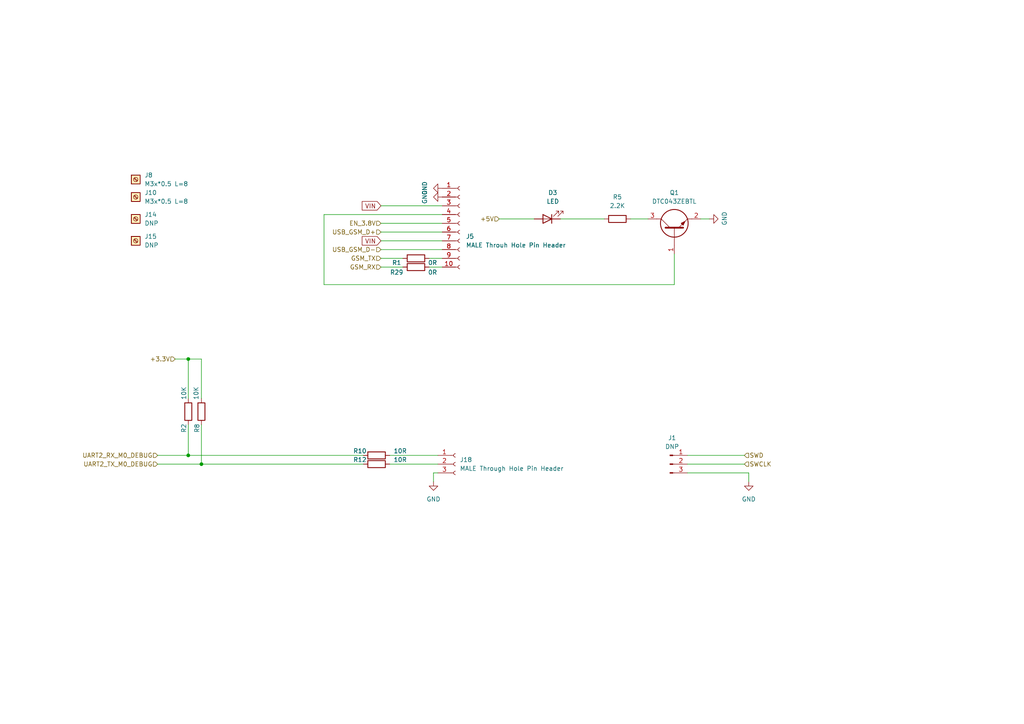
<source format=kicad_sch>
(kicad_sch (version 20231120) (generator "eeschema") (generator_version "8.0")
  (paper "A4")
  (lib_symbols
    (symbol "Connector:Conn_01x03_Pin" (pin_names (offset 1.016) hide)
      (property "Reference" "J" (at 0 5.08 0))
      (property "Value" "Conn_01x03_Pin" (at 0 -5.08 0))
      (symbol "Conn_01x03_Pin_1_1"
        (polyline (pts (xy 1.27 -2.54) (xy 0.8636 -2.54)) (stroke (width 0.1524)))
        (polyline (pts (xy 1.27 0) (xy 0.8636 0)) (stroke (width 0.1524)))
        (polyline (pts (xy 1.27 2.54) (xy 0.8636 2.54)) (stroke (width 0.1524)))
        (rectangle (start 0.8636 -2.413) (end 0 -2.667) (stroke (width 0.1524)) (fill (type outline)))
        (rectangle (start 0.8636 0.127) (end 0 -0.127) (stroke (width 0.1524)) (fill (type outline)))
        (rectangle (start 0.8636 2.667) (end 0 2.413) (stroke (width 0.1524)) (fill (type outline)))
        (pin passive line (at 5.08 2.54 180) (length 3.81) (name "Pin_1") (number "1"))
        (pin passive line (at 5.08 0 180) (length 3.81) (name "Pin_2") (number "2"))
        (pin passive line (at 5.08 -2.54 180) (length 3.81) (name "Pin_3") (number "3"))
      )
    )
    (symbol "Connector:Conn_01x03_Socket" (pin_names (offset 1.016) hide)
      (property "Reference" "J" (at 0 5.08 0))
      (property "Value" "Conn_01x03_Socket" (at 0 -5.08 0))
      (symbol "Conn_01x03_Socket_1_1"
        (arc (start 0 -2.032) (mid -0.5058 -2.54) (end 0 -3.048) (stroke (width 0.1524)))
        (polyline (pts (xy -1.27 -2.54) (xy -0.508 -2.54)) (stroke (width 0.1524)))
        (polyline (pts (xy -1.27 0) (xy -0.508 0)) (stroke (width 0.1524)))
        (polyline (pts (xy -1.27 2.54) (xy -0.508 2.54)) (stroke (width 0.1524)))
        (arc (start 0 0.508) (mid -0.5058 0) (end 0 -0.508) (stroke (width 0.1524)))
        (arc (start 0 3.048) (mid -0.5058 2.54) (end 0 2.032) (stroke (width 0.1524)))
        (pin passive line (at -5.08 2.54 0) (length 3.81) (name "Pin_1") (number "1"))
        (pin passive line (at -5.08 0 0) (length 3.81) (name "Pin_2") (number "2"))
        (pin passive line (at -5.08 -2.54 0) (length 3.81) (name "Pin_3") (number "3"))
      )
    )
    (symbol "Connector:Conn_01x10_Socket" (pin_names (offset 1.016) hide)
      (property "Reference" "J" (at 0 12.7 0))
      (property "Value" "Conn_01x10_Socket" (at 0 -15.24 0))
      (symbol "Conn_01x10_Socket_1_1"
        (arc (start 0 -12.192) (mid -0.5058 -12.7) (end 0 -13.208) (stroke (width 0.1524)))
        (arc (start 0 -9.652) (mid -0.5058 -10.16) (end 0 -10.668) (stroke (width 0.1524)))
        (arc (start 0 -7.112) (mid -0.5058 -7.62) (end 0 -8.128) (stroke (width 0.1524)))
        (arc (start 0 -4.572) (mid -0.5058 -5.08) (end 0 -5.588) (stroke (width 0.1524)))
        (arc (start 0 -2.032) (mid -0.5058 -2.54) (end 0 -3.048) (stroke (width 0.1524)))
        (polyline (pts (xy -1.27 -12.7) (xy -0.508 -12.7)) (stroke (width 0.1524)))
        (polyline (pts (xy -1.27 -10.16) (xy -0.508 -10.16)) (stroke (width 0.1524)))
        (polyline (pts (xy -1.27 -7.62) (xy -0.508 -7.62)) (stroke (width 0.1524)))
        (polyline (pts (xy -1.27 -5.08) (xy -0.508 -5.08)) (stroke (width 0.1524)))
        (polyline (pts (xy -1.27 -2.54) (xy -0.508 -2.54)) (stroke (width 0.1524)))
        (polyline (pts (xy -1.27 0) (xy -0.508 0)) (stroke (width 0.1524)))
        (polyline (pts (xy -1.27 2.54) (xy -0.508 2.54)) (stroke (width 0.1524)))
        (polyline (pts (xy -1.27 5.08) (xy -0.508 5.08)) (stroke (width 0.1524)))
        (polyline (pts (xy -1.27 7.62) (xy -0.508 7.62)) (stroke (width 0.1524)))
        (polyline (pts (xy -1.27 10.16) (xy -0.508 10.16)) (stroke (width 0.1524)))
        (arc (start 0 0.508) (mid -0.5058 0) (end 0 -0.508) (stroke (width 0.1524)))
        (arc (start 0 3.048) (mid -0.5058 2.54) (end 0 2.032) (stroke (width 0.1524)))
        (arc (start 0 5.588) (mid -0.5058 5.08) (end 0 4.572) (stroke (width 0.1524)))
        (arc (start 0 8.128) (mid -0.5058 7.62) (end 0 7.112) (stroke (width 0.1524)))
        (arc (start 0 10.668) (mid -0.5058 10.16) (end 0 9.652) (stroke (width 0.1524)))
        (pin passive line (at -5.08 10.16 0) (length 3.81) (name "Pin_1") (number "1"))
        (pin passive line (at -5.08 -12.7 0) (length 3.81) (name "Pin_10") (number "10"))
        (pin passive line (at -5.08 7.62 0) (length 3.81) (name "Pin_2") (number "2"))
        (pin passive line (at -5.08 5.08 0) (length 3.81) (name "Pin_3") (number "3"))
        (pin passive line (at -5.08 2.54 0) (length 3.81) (name "Pin_4") (number "4"))
        (pin passive line (at -5.08 0 0) (length 3.81) (name "Pin_5") (number "5"))
        (pin passive line (at -5.08 -2.54 0) (length 3.81) (name "Pin_6") (number "6"))
        (pin passive line (at -5.08 -5.08 0) (length 3.81) (name "Pin_7") (number "7"))
        (pin passive line (at -5.08 -7.62 0) (length 3.81) (name "Pin_8") (number "8"))
        (pin passive line (at -5.08 -10.16 0) (length 3.81) (name "Pin_9") (number "9"))
      )
    )
    (symbol "Connector:Screw_Terminal_01x01" (pin_names (offset 1.016) hide)
      (property "Reference" "J15" (at 2.54 1.27 0))
      (property "Value" "DNP" (at 2.54 -1.27 0))
      (symbol "Screw_Terminal_01x01_1_1"
        (rectangle (start -1.27 1.27) (end 1.27 -1.27) (stroke (width 0.254)) (fill (type background)))
        (polyline (pts (xy -0.5334 0.3302) (xy 0.3302 -0.508)) (stroke (width 0.1524)))
        (polyline (pts (xy -0.3556 0.508) (xy 0.508 -0.3302)) (stroke (width 0.1524)))
        (circle (center 0 0) (radius 0.635) (stroke (width 0.1524)))
      )
    )
    (symbol "DTC043ZEBTL:DTC043ZEBTL" (pin_names (offset 0.762))
      (property "Reference" "Q" (at 13.97 1.27 0))
      (property "Value" "DTC043ZEBTL" (at 13.97 -1.27 0))
      (symbol "DTC043ZEBTL_0_0"
        (pin passive line (at 0 0 0) (length 2.54) (name "~") (number "1"))
        (pin passive line (at 10.16 -7.62 90) (length 2.54) (name "~") (number "2"))
        (pin passive line (at 10.16 7.62 270) (length 2.54) (name "~") (number "3"))
      )
      (symbol "DTC043ZEBTL_0_1"
        (polyline (pts (xy 2.54 0) (xy 7.62 0)) (stroke (width 0.1524)))
        (polyline (pts (xy 7.62 -1.27) (xy 10.16 -3.81)) (stroke (width 0.1524)))
        (polyline (pts (xy 7.62 1.27) (xy 10.16 3.81)) (stroke (width 0.1524)))
        (polyline (pts (xy 7.62 2.54) (xy 7.62 -2.54)) (stroke (width 0.508)))
        (polyline (pts (xy 10.16 -3.81) (xy 10.16 -5.08)) (stroke (width 0.1524)))
        (polyline (pts (xy 10.16 3.81) (xy 10.16 5.08)) (stroke (width 0.1524)))
        (polyline (pts (xy 8.382 -2.54) (xy 8.89 -2.032) (xy 9.398 -3.048) (xy 8.382 -2.54)) (stroke (width 0.254)) (fill (type outline)))
        (circle (center 8.89 0) (radius 4.0132) (stroke (width 0.254)))
      )
    )
    (symbol "Device:LED" (pin_numbers hide) (pin_names (offset 1.016) hide)
      (property "Reference" "D" (at 0 2.54 0))
      (property "Value" "LED" (at 0 -2.54 0))
      (symbol "LED_0_1"
        (polyline (pts (xy -1.27 -1.27) (xy -1.27 1.27)) (stroke (width 0.254)))
        (polyline (pts (xy -1.27 0) (xy 1.27 0)))
        (polyline (pts (xy 1.27 -1.27) (xy 1.27 1.27) (xy -1.27 0) (xy 1.27 -1.27)) (stroke (width 0.254)))
        (polyline (pts (xy -3.048 -0.762) (xy -4.572 -2.286) (xy -3.81 -2.286) (xy -4.572 -2.286) (xy -4.572 -1.524)))
        (polyline (pts (xy -1.778 -0.762) (xy -3.302 -2.286) (xy -2.54 -2.286) (xy -3.302 -2.286) (xy -3.302 -1.524)))
      )
      (symbol "LED_1_1"
        (pin passive line (at -3.81 0 0) (length 2.54) (name "K") (number "1"))
        (pin passive line (at 3.81 0 180) (length 2.54) (name "A") (number "2"))
      )
    )
    (symbol "Device:R" (pin_numbers hide) (pin_names (offset 0))
      (property "Reference" "R" (at 2.032 0 90))
      (property "Value" "R" (at 0 0 90))
      (symbol "R_0_1"
        (rectangle (start -1.016 -2.54) (end 1.016 2.54) (stroke (width 0.254)))
      )
      (symbol "R_1_1"
        (pin passive line (at 0 3.81 270) (length 1.27) (name "~") (number "1"))
        (pin passive line (at 0 -3.81 90) (length 1.27) (name "~") (number "2"))
      )
    )
    (symbol "Screw_Terminal_01x01_1" (pin_names (offset 1.016) hide)
      (property "Reference" "J8" (at 2.54 1.2701 0))
      (property "Value" "M3x*0.5 L=8" (at 2.54 -1.2699 0))
      (symbol "Screw_Terminal_01x01_1_1_1"
        (rectangle (start -1.27 1.27) (end 1.27 -1.27) (stroke (width 0.254)) (fill (type background)))
        (polyline (pts (xy -0.5334 0.3302) (xy 0.3302 -0.508)) (stroke (width 0.1524)))
        (polyline (pts (xy -0.3556 0.508) (xy 0.508 -0.3302)) (stroke (width 0.1524)))
        (circle (center 0 0) (radius 0.635) (stroke (width 0.1524)))
      )
    )
    (symbol "Screw_Terminal_01x01_2" (pin_names (offset 1.016) hide)
      (property "Reference" "J10" (at 2.54 1.2701 0))
      (property "Value" "M3x*0.5 L=8" (at 2.54 -1.2699 0))
      (symbol "Screw_Terminal_01x01_2_1_1"
        (rectangle (start -1.27 1.27) (end 1.27 -1.27) (stroke (width 0.254)) (fill (type background)))
        (polyline (pts (xy -0.5334 0.3302) (xy 0.3302 -0.508)) (stroke (width 0.1524)))
        (polyline (pts (xy -0.3556 0.508) (xy 0.508 -0.3302)) (stroke (width 0.1524)))
        (circle (center 0 0) (radius 0.635) (stroke (width 0.1524)))
      )
    )
    (symbol "Screw_Terminal_01x01_4" (pin_names (offset 1.016) hide)
      (property "Reference" "J14" (at 2.54 1.27 0))
      (property "Value" "DNP" (at 2.54 -1.27 0))
      (symbol "Screw_Terminal_01x01_4_1_1"
        (rectangle (start -1.27 1.27) (end 1.27 -1.27) (stroke (width 0.254)) (fill (type background)))
        (polyline (pts (xy -0.5334 0.3302) (xy 0.3302 -0.508)) (stroke (width 0.1524)))
        (polyline (pts (xy -0.3556 0.508) (xy 0.508 -0.3302)) (stroke (width 0.1524)))
        (circle (center 0 0) (radius 0.635) (stroke (width 0.1524)))
      )
    )
    (symbol "power:GND" (power) (pin_names (offset 0))
      (property "Value" "GND" (at 0 -3.81 0))
      (symbol "GND_0_1"
        (polyline (pts (xy 0 0) (xy 0 -1.27) (xy 1.27 -1.27) (xy 0 -2.54) (xy -1.27 -1.27) (xy 0 -1.27)))
      )
      (symbol "GND_1_1"
        (pin power_in line (at 0 0 270) (length 0) hide (name "GND") (number "1"))
      )
    )
  )
  (junction (at 54.61 132.08))
  (junction (at 58.42 134.62))
  (junction (at 54.61 104.14))
  (wire (pts (xy 124.46 74.93) (xy 128.27 74.93)))
  (wire (pts (xy 124.46 77.47) (xy 128.27 77.47)))
  (wire (pts (xy 110.49 69.85) (xy 128.27 69.85)))
  (wire (pts (xy 93.98 82.55) (xy 93.98 62.23)))
  (wire (pts (xy 54.61 132.08) (xy 105.41 132.08)))
  (wire (pts (xy 58.42 115.57) (xy 58.42 104.14)))
  (wire (pts (xy 54.61 123.19) (xy 54.61 132.08)))
  (wire (pts (xy 110.49 64.77) (xy 128.27 64.77)))
  (wire (pts (xy 58.42 104.14) (xy 54.61 104.14)))
  (wire (pts (xy 199.39 137.16) (xy 217.17 137.16)))
  (wire (pts (xy 215.9 132.08) (xy 199.39 132.08)))
  (wire (pts (xy 50.8 104.14) (xy 54.61 104.14)))
  (wire (pts (xy 54.61 104.14) (xy 54.61 115.57)))
  (wire (pts (xy 110.49 74.93) (xy 116.84 74.93)))
  (wire (pts (xy 182.88 63.5) (xy 187.96 63.5)))
  (wire (pts (xy 45.72 132.08) (xy 54.61 132.08)))
  (wire (pts (xy 110.49 77.47) (xy 116.84 77.47)))
  (wire (pts (xy 110.49 59.69) (xy 128.27 59.69)))
  (wire (pts (xy 110.49 67.31) (xy 128.27 67.31)))
  (wire (pts (xy 125.73 137.16) (xy 125.73 139.7)))
  (wire (pts (xy 93.98 82.55) (xy 195.58 82.55)))
  (wire (pts (xy 127 137.16) (xy 125.73 137.16)))
  (wire (pts (xy 58.42 123.19) (xy 58.42 134.62)))
  (wire (pts (xy 113.03 134.62) (xy 127 134.62)))
  (wire (pts (xy 195.58 73.66) (xy 195.58 82.55)))
  (wire (pts (xy 205.74 63.5) (xy 203.2 63.5)))
  (wire (pts (xy 93.98 62.23) (xy 128.27 62.23)))
  (wire (pts (xy 113.03 132.08) (xy 127 132.08)))
  (wire (pts (xy 45.72 134.62) (xy 58.42 134.62)))
  (wire (pts (xy 58.42 134.62) (xy 105.41 134.62)))
  (wire (pts (xy 217.17 139.7) (xy 217.17 137.16)))
  (wire (pts (xy 162.56 63.5) (xy 175.26 63.5)))
  (wire (pts (xy 215.9 134.62) (xy 199.39 134.62)))
  (wire (pts (xy 144.78 63.5) (xy 154.94 63.5)))
  (wire (pts (xy 110.49 72.39) (xy 128.27 72.39)))
  (global_label "VIN" (shape input) (at 110.49 69.85 180) (property "Intersheetrefs" "${INTERSHEET_REFS}" (effects (hide yes))))
  (global_label "VIN" (shape input) (at 110.49 59.69 180) (property "Intersheetrefs" "${INTERSHEET_REFS}" (effects (hide yes))))
  (hierarchical_label "+3.3V" (shape input) (at 50.8 104.14 180))
  (hierarchical_label "+5V" (shape input) (at 144.78 63.5 180))
  (hierarchical_label "EN_3.8V" (shape input) (at 110.49 64.77 180))
  (hierarchical_label "GSM_RX" (shape input) (at 110.49 77.47 180))
  (hierarchical_label "USB_GSM_D-" (shape input) (at 110.49 72.39 180))
  (hierarchical_label "UART2_RX_M0_DEBUG" (shape input) (at 45.72 132.08 180))
  (hierarchical_label "GSM_TX" (shape input) (at 110.49 74.93 180))
  (hierarchical_label "UART2_TX_M0_DEBUG" (shape input) (at 45.72 134.62 180))
  (hierarchical_label "SWCLK" (shape input) (at 215.9 134.62 0))
  (hierarchical_label "SWD" (shape input) (at 215.9 132.08 0))
  (hierarchical_label "USB_GSM_D+" (shape input) (at 110.49 67.31 180))
  (symbol (lib_name "Screw_Terminal_01x01_4") (lib_id "Connector:Screw_Terminal_01x01") (at 39.37 63.5 0) (unit 1)
    (property "Reference" "J14" (at 41.91 62.23 0) (effects (justify left)))
    (property "Value" "DNP" (at 41.91 64.77 0) (effects (justify left)))
    (property "Footprint" "Library:Screw_terminal_shinbo 3.5" (effects (hide yes)))
    (property "Description" "Generic screw terminal, single row, 01x01, script generated (kicad-library-utils/schlib/autogen/connector/)" (effects (hide yes)))
  )
  (symbol (lib_id "Connector:Screw_Terminal_01x01") (at 39.37 69.85 0) (unit 1)
    (property "Reference" "J15" (at 41.91 68.58 0) (effects (justify left)))
    (property "Value" "DNP" (at 41.91 71.12 0) (effects (justify left)))
    (property "Footprint" "Library:Screw_terminal_shinbo 3.5" (effects (hide yes)))
    (property "Description" "Generic screw terminal, single row, 01x01, script generated (kicad-library-utils/schlib/autogen/connector/)" (effects (hide yes)))
  )
  (symbol (lib_name "Screw_Terminal_01x01_2") (lib_id "Connector:Screw_Terminal_01x01") (at 39.37 57.15 0) (unit 1)
    (property "Reference" "J10" (at 41.91 55.8799 0) (effects (justify left)))
    (property "Value" "M3x*0.5 L=8" (at 41.91 58.4199 0) (effects (justify left)))
    (property "Footprint" "Library:Screw_terminal_shinbo" (effects (hide yes)))
    (property "Description" "Generic screw terminal, single row, 01x01, script generated (kicad-library-utils/schlib/autogen/connector/)" (effects (hide yes)))
    (property "MPN" "SMTSO3080CTJ" (effects (hide yes)))
  )
  (symbol (lib_id "power:GND") (at 128.27 57.15 270) (unit 1)
    (property "Reference" "#PWR041" (effects (hide yes)))
    (property "Value" "GND" (at 123.19 57.15 0))
  )
  (symbol (lib_name "Screw_Terminal_01x01_1") (lib_id "Connector:Screw_Terminal_01x01") (at 39.37 52.07 0) (unit 1)
    (property "Reference" "J8" (at 41.91 50.7999 0) (effects (justify left)))
    (property "Value" "M3x*0.5 L=8" (at 41.91 53.3399 0) (effects (justify left)))
    (property "Footprint" "Library:Screw_terminal_shinbo" (effects (hide yes)))
    (property "Description" "Generic screw terminal, single row, 01x01, script generated (kicad-library-utils/schlib/autogen/connector/)" (effects (hide yes)))
    (property "MPN" "SMTSO3080CTJ" (effects (hide yes)))
  )
  (symbol (lib_id "Device:LED") (at 158.75 63.5 180) (unit 1)
    (property "Reference" "D3" (at 160.3375 55.88 0))
    (property "Value" "LED" (at 160.3375 58.42 0))
    (property "Footprint" "Library:LEDC2012X80N" (effects (hide yes)))
    (property "Description" "Light emitting diode" (effects (hide yes)))
  )
  (symbol (lib_id "Connector:Conn_01x03_Socket") (at 132.08 134.62 0) (unit 1)
    (property "Reference" "J18" (at 133.35 133.3499 0) (effects (justify left)))
    (property "Value" "MALE Through Hole Pin Header " (at 133.35 135.8899 0) (effects (justify left)))
    (property "Footprint" "Connector_PinHeader_2.00mm:PinHeader_1x03_P2.00mm_Vertical" (effects (hide yes)))
    (property "Description" "Generic connector, single row, 01x03, script generated" (effects (hide yes)))
    (property "MPN" "2.0mm 1*3p" (effects (hide yes)))
  )
  (symbol (lib_id "Device:R") (at 120.65 74.93 270) (unit 1)
    (property "Reference" "R1" (at 115.062 76.2 90))
    (property "Value" "0R" (at 125.476 76.2 90))
    (property "Footprint" "Resistor_SMD:R_0603_1608Metric" (effects (hide yes)))
  )
  (symbol (lib_id "Device:R") (at 109.22 132.08 270) (unit 1)
    (property "Reference" "R10" (at 104.394 130.81 90))
    (property "Value" "10R" (at 116.078 130.81 90))
    (property "Footprint" "Resistor_SMD:R_0402_1005Metric" (effects (hide yes)))
    (property "Description" "Resistor" (effects (hide yes)))
  )
  (symbol (lib_id "power:GND") (at 128.27 54.61 270) (unit 1)
    (property "Reference" "#PWR025" (effects (hide yes)))
    (property "Value" "GND" (at 123.19 54.61 0))
  )
  (symbol (lib_id "Connector:Conn_01x03_Pin") (at 194.31 134.62 0) (unit 1)
    (property "Reference" "J1" (at 194.945 127 0))
    (property "Value" "DNP" (at 194.945 129.54 0))
    (property "Footprint" "Connector_PinHeader_2.00mm:PinHeader_1x03_P2.00mm_Vertical" (effects (hide yes)))
    (property "Description" "Generic connector, single row, 01x03, script generated" (effects (hide yes)))
    (property "MPN" "2.0mm 1*3p" (effects (hide yes)))
  )
  (symbol (lib_id "Device:R") (at 54.61 119.38 0) (unit 1)
    (property "Reference" "R2" (at 53.34 124.206 90))
    (property "Value" "10K" (at 53.34 114.046 90))
    (property "Footprint" "Resistor_SMD:R_0402_1005Metric" (effects (hide yes)))
    (property "Description" "Resistor" (effects (hide yes)))
  )
  (symbol (lib_id "Device:R") (at 179.07 63.5 90) (unit 1)
    (property "Reference" "R5" (at 179.07 57.15 90))
    (property "Value" "2.2K" (at 179.07 59.69 90))
    (property "Footprint" "Resistor_SMD:R_0603_1608Metric" (effects (hide yes)))
    (property "Description" "Resistor" (effects (hide yes)))
  )
  (symbol (lib_id "DTC043ZEBTL:DTC043ZEBTL") (at 195.58 73.66 90) (unit 1)
    (property "Reference" "Q1" (at 195.58 55.88 90))
    (property "Value" "DTC043ZEBTL" (at 195.58 58.42 90))
    (property "Footprint" "SOTFL50P160X85-3N" (effects (hide yes)))
    (property "Datasheet" "http://rohmfs.rohm.com/en/products/databook/datasheet/discrete/transistor/digital/dtc043zmt2l-e.pdf" (effects (hide yes)))
    (property "Description" "NPN Digital transistor,50V,100mA,SOT416F ROHM, DTC043ZEBTL NPN Digital Transistor, 0.1 A 50 V 4.7 k, Ratio Of 10, 3-Pin SOT-416F" (effects (hide yes)))
    (property "Height" "0.85" (effects (hide yes)))
    (property "Manufacturer_Name" "ROHM Semiconductor" (effects (hide yes)))
    (property "Manufacturer_Part_Number" "DTC043ZEBTL" (effects (hide yes)))
    (property "Mouser Part Number" "755-DTC043ZEBTL" (effects (hide yes)))
    (property "Mouser Price/Stock" "https://www.mouser.co.uk/ProductDetail/ROHM-Semiconductor/DTC043ZEBTL?qs=n7vHx8wJlDGyWrBOh0icRQ%3D%3D" (effects (hide yes)))
    (property "Link" "https://www.lcsc.com/product-detail/Digital-Transistors_ROHM-Semicon-DTC043ZEBTL_C96459.html" (effects (hide yes)))
    (property "MPN" "DTC043ZEBTL" (effects (hide yes)))
  )
  (symbol (lib_id "Connector:Conn_01x10_Socket") (at 133.35 64.77 0) (unit 1)
    (property "Reference" "J5" (at 135.128 68.58 0) (effects (justify left)))
    (property "Value" "MALE Throuh Hole Pin Header" (at 135.128 71.12 0) (effects (justify left)))
    (property "Footprint" "Connector_PinSocket_2.00mm:PinSocket_2x05_P2.00mm_Vertical" (effects (hide yes)))
    (property "Description" "Generic connector, single row, 01x10, script generated" (effects (hide yes)))
    (property "MPN" "2.0mm 2*5p" (effects (hide yes)))
  )
  (symbol (lib_id "power:GND") (at 217.17 139.7 0) (unit 1)
    (property "Reference" "#PWR03" (effects (hide yes)))
    (property "Value" "GND" (at 217.17 144.78 0))
  )
  (symbol (lib_id "power:GND") (at 205.74 63.5 90) (unit 1)
    (property "Reference" "#PWR042" (effects (hide yes)))
    (property "Value" "GND" (at 210.1342 63.373 0))
    (instances (project "CamTracker_3566_V1.0" (path "" (reference "#PWR042") (unit 1))) (project "CM4" (path "" (reference "#PWR02") (unit 1))) (project "CM4IOv5" (path "" (reference "#PWR0109") (unit 1))))
  )
  (symbol (lib_id "power:GND") (at 125.73 139.7 0) (unit 1)
    (property "Reference" "#PWR02" (effects (hide yes)))
    (property "Value" "GND" (at 125.73 144.78 0))
  )
  (symbol (lib_id "Device:R") (at 120.65 77.47 270) (unit 1)
    (property "Reference" "R29" (at 115.062 78.994 90))
    (property "Value" "0R" (at 125.476 78.994 90))
    (property "Footprint" "Resistor_SMD:R_0603_1608Metric" (effects (hide yes)))
  )
  (symbol (lib_id "Device:R") (at 109.22 134.62 270) (unit 1)
    (property "Reference" "R12" (at 104.394 133.35 90))
    (property "Value" "10R" (at 116.078 133.35 90))
    (property "Footprint" "Resistor_SMD:R_0402_1005Metric" (effects (hide yes)))
    (property "Description" "Resistor" (effects (hide yes)))
  )
  (symbol (lib_id "Device:R") (at 58.42 119.38 0) (unit 1)
    (property "Reference" "R8" (at 57.15 124.206 90))
    (property "Value" "10K" (at 56.896 114.046 90))
    (property "Footprint" "Resistor_SMD:R_0402_1005Metric" (effects (hide yes)))
    (property "Description" "Resistor" (effects (hide yes)))
  )
)
</source>
